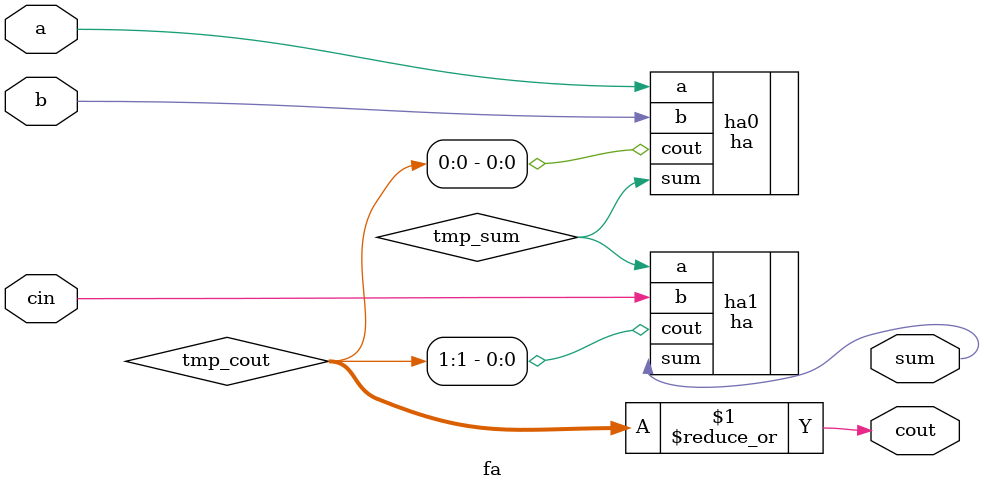
<source format=sv>
`include "ha.sv"

module fa (
	output logic sum, cout,
	input  logic a, b, cin
);
	
	logic		tmp_sum;
	logic [0:1] tmp_cout;

	ha ha0 (
		.a(a),
		.b(b),
		.sum(tmp_sum),
		.cout(tmp_cout[0])
	);

	ha ha1 (
		.a(tmp_sum),
		.b(cin),
		.sum(sum),
		.cout(tmp_cout[1])
	);

	assign cout = | tmp_cout;

endmodule
</source>
